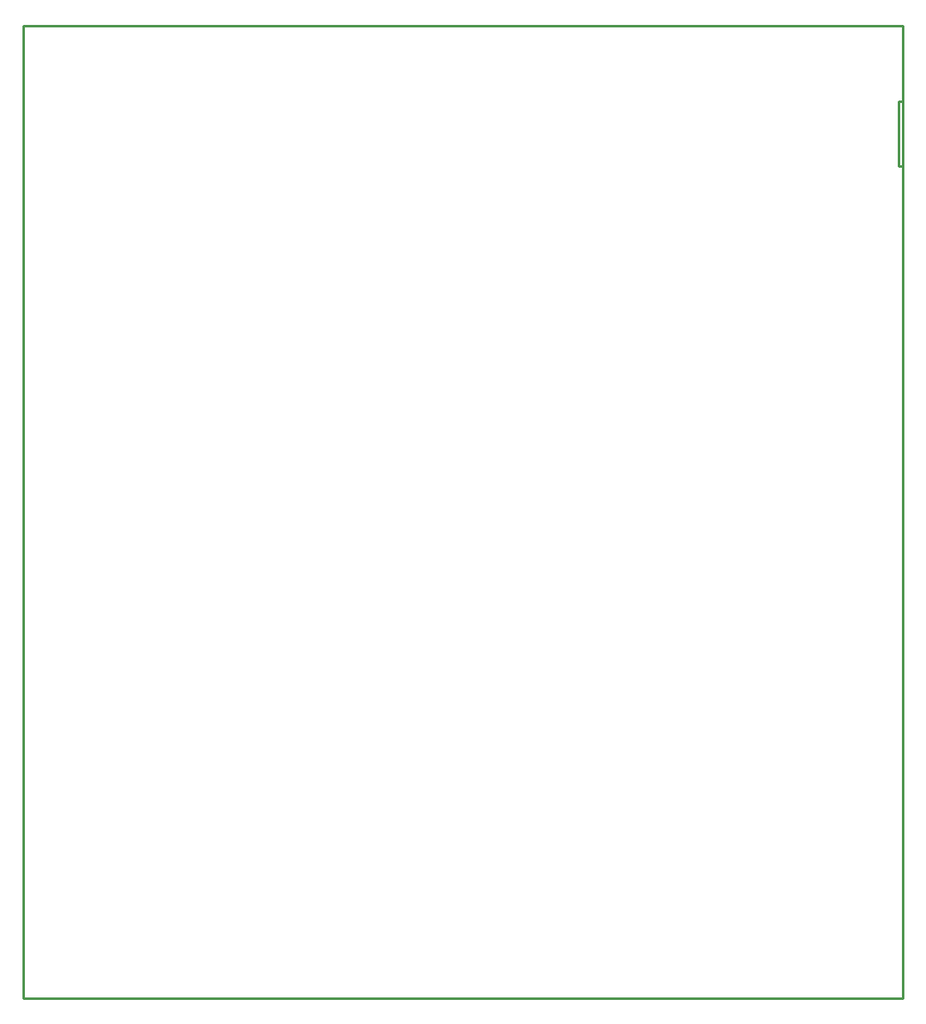
<source format=gko>
G04 Layer: BoardOutlineLayer*
G04 EasyEDA v6.5.42, 2024-04-02 15:40:40*
G04 3ff643a6e98b40ca98db11d284ab65ea,acb5ada5342d49438264df6f97d5643c,10*
G04 Gerber Generator version 0.2*
G04 Scale: 100 percent, Rotated: No, Reflected: No *
G04 Dimensions in millimeters *
G04 leading zeros omitted , absolute positions ,4 integer and 5 decimal *
%FSLAX45Y45*%
%MOMM*%

%ADD10C,0.2540*%
D10*
X-8890000Y-368300D02*
G01*
X-8890000Y-368300D01*
X-8890000Y-368300D01*
X-8890000Y-368300D01*
X-8890000Y-368300D01*
X-8890000Y-368300D01*
X-8890000Y-368300D01*
X-8890000Y-368300D01*
X-8890000Y-368300D01*
X-8890000Y-368300D01*
X-8890000Y-368300D01*
X-8890000Y-368300D01*
X76200Y-368300D01*
X76200Y-10287000D01*
X-8890000Y-10287000D01*
X-8890000Y-635000D01*
X-8890000Y-546100D01*
X-8890000Y-368300D01*
X31404Y-1143200D02*
G01*
X61404Y-1143200D01*
X31404Y-1803199D02*
G01*
X61404Y-1803199D01*
X31404Y-1143200D02*
G01*
X31404Y-1803199D01*

%LPD*%
M02*

</source>
